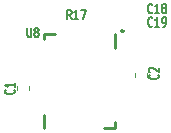
<source format=gbr>
G04 #@! TF.GenerationSoftware,KiCad,Pcbnew,(5.1.6)-1*
G04 #@! TF.CreationDate,2021-04-29T20:17:03-05:00*
G04 #@! TF.ProjectId,BEncoderBoard3(3.2),42456e63-6f64-4657-9242-6f6172643328,rev?*
G04 #@! TF.SameCoordinates,Original*
G04 #@! TF.FileFunction,Legend,Top*
G04 #@! TF.FilePolarity,Positive*
%FSLAX46Y46*%
G04 Gerber Fmt 4.6, Leading zero omitted, Abs format (unit mm)*
G04 Created by KiCad (PCBNEW (5.1.6)-1) date 2021-04-29 20:17:03*
%MOMM*%
%LPD*%
G01*
G04 APERTURE LIST*
%ADD10C,0.254000*%
%ADD11C,0.120000*%
%ADD12C,0.152400*%
G04 APERTURE END LIST*
D10*
X130149600Y-100659200D02*
X130149600Y-99532530D01*
X136149600Y-100659200D02*
X135171930Y-100659200D01*
X136149600Y-100659200D02*
X136149600Y-100132870D01*
X130149600Y-92659200D02*
X131081270Y-92659200D01*
X136149600Y-92659200D02*
X136149600Y-93841200D01*
X130149600Y-92659200D02*
X130149600Y-93129870D01*
X136842600Y-92405200D02*
G75*
G03*
X136842600Y-92405200I-89000J0D01*
G01*
D11*
X128843500Y-97110733D02*
X128843500Y-97453267D01*
X127823500Y-97110733D02*
X127823500Y-97453267D01*
X137793000Y-96310267D02*
X137793000Y-95967733D01*
X138813000Y-96310267D02*
X138813000Y-95967733D01*
D12*
X139298114Y-91984285D02*
X139269085Y-92022990D01*
X139182000Y-92061695D01*
X139123942Y-92061695D01*
X139036857Y-92022990D01*
X138978800Y-91945580D01*
X138949771Y-91868171D01*
X138920742Y-91713352D01*
X138920742Y-91597238D01*
X138949771Y-91442419D01*
X138978800Y-91365009D01*
X139036857Y-91287600D01*
X139123942Y-91248895D01*
X139182000Y-91248895D01*
X139269085Y-91287600D01*
X139298114Y-91326304D01*
X139878685Y-92061695D02*
X139530342Y-92061695D01*
X139704514Y-92061695D02*
X139704514Y-91248895D01*
X139646457Y-91365009D01*
X139588400Y-91442419D01*
X139530342Y-91481123D01*
X140168971Y-92061695D02*
X140285085Y-92061695D01*
X140343142Y-92022990D01*
X140372171Y-91984285D01*
X140430228Y-91868171D01*
X140459257Y-91713352D01*
X140459257Y-91403714D01*
X140430228Y-91326304D01*
X140401200Y-91287600D01*
X140343142Y-91248895D01*
X140227028Y-91248895D01*
X140168971Y-91287600D01*
X140139942Y-91326304D01*
X140110914Y-91403714D01*
X140110914Y-91597238D01*
X140139942Y-91674647D01*
X140168971Y-91713352D01*
X140227028Y-91752057D01*
X140343142Y-91752057D01*
X140401200Y-91713352D01*
X140430228Y-91674647D01*
X140459257Y-91597238D01*
X128694542Y-92137895D02*
X128694542Y-92795876D01*
X128723571Y-92873285D01*
X128752600Y-92911990D01*
X128810657Y-92950695D01*
X128926771Y-92950695D01*
X128984828Y-92911990D01*
X129013857Y-92873285D01*
X129042885Y-92795876D01*
X129042885Y-92137895D01*
X129420257Y-92486238D02*
X129362200Y-92447533D01*
X129333171Y-92408828D01*
X129304142Y-92331419D01*
X129304142Y-92292714D01*
X129333171Y-92215304D01*
X129362200Y-92176600D01*
X129420257Y-92137895D01*
X129536371Y-92137895D01*
X129594428Y-92176600D01*
X129623457Y-92215304D01*
X129652485Y-92292714D01*
X129652485Y-92331419D01*
X129623457Y-92408828D01*
X129594428Y-92447533D01*
X129536371Y-92486238D01*
X129420257Y-92486238D01*
X129362200Y-92524942D01*
X129333171Y-92563647D01*
X129304142Y-92641057D01*
X129304142Y-92795876D01*
X129333171Y-92873285D01*
X129362200Y-92911990D01*
X129420257Y-92950695D01*
X129536371Y-92950695D01*
X129594428Y-92911990D01*
X129623457Y-92873285D01*
X129652485Y-92795876D01*
X129652485Y-92641057D01*
X129623457Y-92563647D01*
X129594428Y-92524942D01*
X129536371Y-92486238D01*
X127544285Y-97383600D02*
X127582990Y-97412628D01*
X127621695Y-97499714D01*
X127621695Y-97557771D01*
X127582990Y-97644857D01*
X127505580Y-97702914D01*
X127428171Y-97731942D01*
X127273352Y-97760971D01*
X127157238Y-97760971D01*
X127002419Y-97731942D01*
X126925009Y-97702914D01*
X126847600Y-97644857D01*
X126808895Y-97557771D01*
X126808895Y-97499714D01*
X126847600Y-97412628D01*
X126886304Y-97383600D01*
X127621695Y-96803028D02*
X127621695Y-97151371D01*
X127621695Y-96977200D02*
X126808895Y-96977200D01*
X126925009Y-97035257D01*
X127002419Y-97093314D01*
X127041123Y-97151371D01*
X139736285Y-96113600D02*
X139774990Y-96142628D01*
X139813695Y-96229714D01*
X139813695Y-96287771D01*
X139774990Y-96374857D01*
X139697580Y-96432914D01*
X139620171Y-96461942D01*
X139465352Y-96490971D01*
X139349238Y-96490971D01*
X139194419Y-96461942D01*
X139117009Y-96432914D01*
X139039600Y-96374857D01*
X139000895Y-96287771D01*
X139000895Y-96229714D01*
X139039600Y-96142628D01*
X139078304Y-96113600D01*
X139078304Y-95881371D02*
X139039600Y-95852342D01*
X139000895Y-95794285D01*
X139000895Y-95649142D01*
X139039600Y-95591085D01*
X139078304Y-95562057D01*
X139155714Y-95533028D01*
X139233123Y-95533028D01*
X139349238Y-95562057D01*
X139813695Y-95910400D01*
X139813695Y-95533028D01*
X139298114Y-90841285D02*
X139269085Y-90879990D01*
X139182000Y-90918695D01*
X139123942Y-90918695D01*
X139036857Y-90879990D01*
X138978800Y-90802580D01*
X138949771Y-90725171D01*
X138920742Y-90570352D01*
X138920742Y-90454238D01*
X138949771Y-90299419D01*
X138978800Y-90222009D01*
X139036857Y-90144600D01*
X139123942Y-90105895D01*
X139182000Y-90105895D01*
X139269085Y-90144600D01*
X139298114Y-90183304D01*
X139878685Y-90918695D02*
X139530342Y-90918695D01*
X139704514Y-90918695D02*
X139704514Y-90105895D01*
X139646457Y-90222009D01*
X139588400Y-90299419D01*
X139530342Y-90338123D01*
X140227028Y-90454238D02*
X140168971Y-90415533D01*
X140139942Y-90376828D01*
X140110914Y-90299419D01*
X140110914Y-90260714D01*
X140139942Y-90183304D01*
X140168971Y-90144600D01*
X140227028Y-90105895D01*
X140343142Y-90105895D01*
X140401200Y-90144600D01*
X140430228Y-90183304D01*
X140459257Y-90260714D01*
X140459257Y-90299419D01*
X140430228Y-90376828D01*
X140401200Y-90415533D01*
X140343142Y-90454238D01*
X140227028Y-90454238D01*
X140168971Y-90492942D01*
X140139942Y-90531647D01*
X140110914Y-90609057D01*
X140110914Y-90763876D01*
X140139942Y-90841285D01*
X140168971Y-90879990D01*
X140227028Y-90918695D01*
X140343142Y-90918695D01*
X140401200Y-90879990D01*
X140430228Y-90841285D01*
X140459257Y-90763876D01*
X140459257Y-90609057D01*
X140430228Y-90531647D01*
X140401200Y-90492942D01*
X140343142Y-90454238D01*
X132450114Y-91426695D02*
X132246914Y-91039647D01*
X132101771Y-91426695D02*
X132101771Y-90613895D01*
X132334000Y-90613895D01*
X132392057Y-90652600D01*
X132421085Y-90691304D01*
X132450114Y-90768714D01*
X132450114Y-90884828D01*
X132421085Y-90962238D01*
X132392057Y-91000942D01*
X132334000Y-91039647D01*
X132101771Y-91039647D01*
X133030685Y-91426695D02*
X132682342Y-91426695D01*
X132856514Y-91426695D02*
X132856514Y-90613895D01*
X132798457Y-90730009D01*
X132740400Y-90807419D01*
X132682342Y-90846123D01*
X133233885Y-90613895D02*
X133640285Y-90613895D01*
X133379028Y-91426695D01*
M02*

</source>
